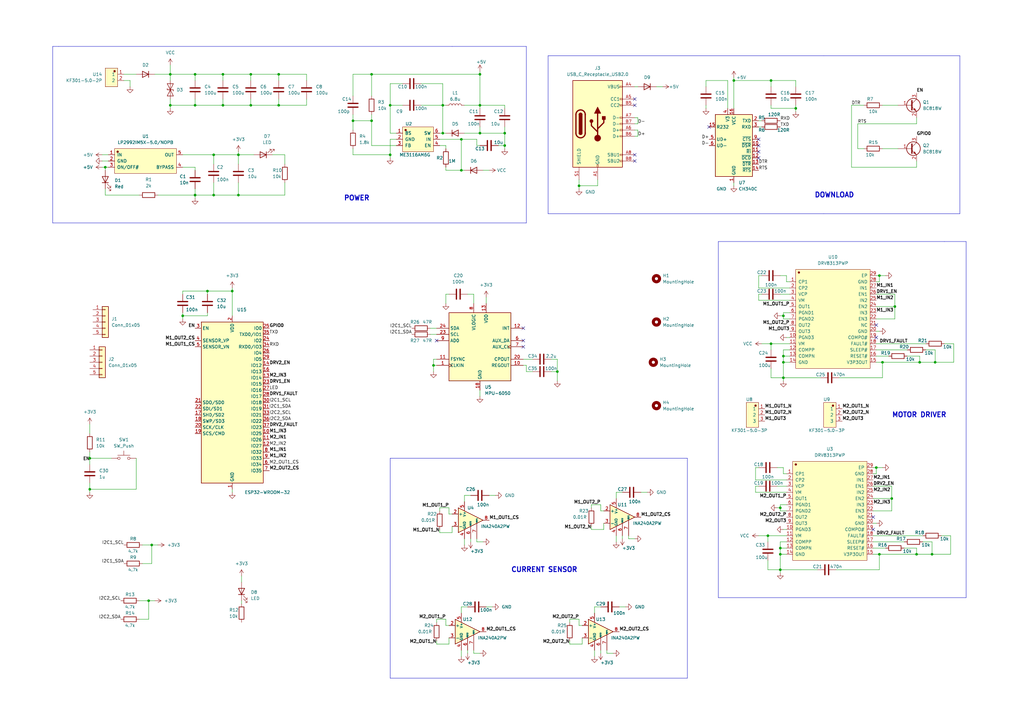
<source format=kicad_sch>
(kicad_sch (version 20230121) (generator eeschema)
  (paper "A3")
  (junction (at 36.83 187.96))
  (junction (at 320.04 227.33))
  (junction (at 320.04 208.28))
  (junction (at 91.44 43.18))
  (junction (at 237.49 76.2))
  (junction (at 181.61 43.18))
  (junction (at 80.01 80.01))
  (junction (at 382.27 227.33))
  (junction (at 365.76 204.47))
  (junction (at 321.31 154.94))
  (junction (at 321.31 148.59))
  (junction (at 314.96 219.71))
  (junction (at 320.04 233.68))
  (junction (at 320.04 224.79))
  (junction (at 316.23 140.97))
  (junction (at 85.09 119.38))
  (junction (at 360.68 227.33))
  (junction (at 87.63 63.5))
  (junction (at 144.78 49.53))
  (junction (at 177.8 149.86))
  (junction (at 160.02 63.5))
  (junction (at 160.02 43.18))
  (junction (at 189.23 69.85))
  (junction (at 102.87 30.48))
  (junction (at 196.85 54.61))
  (junction (at 36.83 200.66))
  (junction (at 97.79 63.5))
  (junction (at 196.85 43.18))
  (junction (at 375.92 227.33))
  (junction (at 152.4 30.48))
  (junction (at 43.18 68.58))
  (junction (at 196.85 30.48))
  (junction (at 367.03 125.73))
  (junction (at 189.23 57.15))
  (junction (at 181.61 54.61))
  (junction (at 114.3 30.48))
  (junction (at 377.19 148.59))
  (junction (at 321.31 146.05))
  (junction (at 60.96 246.38))
  (junction (at 152.4 49.53))
  (junction (at 80.01 30.48))
  (junction (at 228.6 152.4))
  (junction (at 95.25 119.38))
  (junction (at 316.23 33.02))
  (junction (at 91.44 30.48))
  (junction (at 360.68 113.03))
  (junction (at 97.79 80.01))
  (junction (at 359.41 191.77))
  (junction (at 80.01 43.18))
  (junction (at 69.85 30.48))
  (junction (at 114.3 43.18))
  (junction (at 300.99 33.02))
  (junction (at 69.85 43.18))
  (junction (at 207.01 59.69))
  (junction (at 102.87 43.18))
  (junction (at 361.95 148.59))
  (junction (at 62.23 223.52))
  (junction (at 207.01 54.61))
  (junction (at 87.63 80.01))
  (junction (at 326.39 44.45))
  (junction (at 321.31 129.54))
  (junction (at 74.93 129.54))
  (junction (at 383.54 148.59))
  (no_connect (at 311.15 64.77))
  (no_connect (at 358.14 212.09))
  (no_connect (at 358.14 217.17))
  (no_connect (at 311.15 59.69))
  (no_connect (at 260.35 40.64))
  (no_connect (at 214.63 134.62))
  (no_connect (at 311.15 57.15))
  (no_connect (at 260.35 66.04))
  (no_connect (at 260.35 43.18))
  (no_connect (at 290.83 52.07))
  (no_connect (at 359.41 133.35))
  (no_connect (at 311.15 62.23))
  (no_connect (at 214.63 139.7))
  (no_connect (at 179.07 139.7))
  (no_connect (at 359.41 138.43))
  (no_connect (at 214.63 142.24))
  (no_connect (at 260.35 63.5))
  (wire (pts (xy 360.68 115.57) (xy 360.68 113.03)))
  (wire (pts (xy 321.31 143.51) (xy 321.31 146.05)))
  (polyline (pts (xy 387.35 99.06) (xy 396.24 99.06)))
  (wire (pts (xy 326.39 33.02) (xy 326.39 35.56)))
  (wire (pts (xy 80.01 33.02) (xy 80.01 30.48)))
  (wire (pts (xy 311.15 49.53) (xy 312.42 49.53)))
  (wire (pts (xy 97.79 74.93) (xy 97.79 80.01)))
  (wire (pts (xy 312.42 120.65) (xy 311.15 120.65)))
  (wire (pts (xy 102.87 43.18) (xy 91.44 43.18)))
  (wire (pts (xy 246.38 209.55) (xy 246.38 207.01)))
  (wire (pts (xy 245.11 76.2) (xy 237.49 76.2)))
  (wire (pts (xy 144.78 49.53) (xy 144.78 53.34)))
  (wire (pts (xy 382.27 227.33) (xy 375.92 227.33)))
  (wire (pts (xy 237.49 254) (xy 233.68 254)))
  (polyline (pts (xy 224.79 22.86) (xy 224.79 87.63)))
  (wire (pts (xy 144.78 49.53) (xy 152.4 49.53)))
  (wire (pts (xy 125.73 43.18) (xy 114.3 43.18)))
  (wire (pts (xy 312.42 113.03) (xy 311.15 113.03)))
  (wire (pts (xy 314.96 229.87) (xy 314.96 233.68)))
  (wire (pts (xy 144.78 60.96) (xy 144.78 63.5)))
  (wire (pts (xy 320.04 207.01) (xy 320.04 208.28)))
  (polyline (pts (xy 24.13 19.05) (xy 185.42 19.05)))
  (wire (pts (xy 152.4 59.69) (xy 152.4 49.53)))
  (wire (pts (xy 320.04 208.28) (xy 318.77 208.28)))
  (wire (pts (xy 215.9 149.86) (xy 215.9 152.4)))
  (wire (pts (xy 172.72 43.18) (xy 181.61 43.18)))
  (wire (pts (xy 311.15 191.77) (xy 309.88 191.77)))
  (wire (pts (xy 311.15 120.65) (xy 311.15 123.19)))
  (wire (pts (xy 43.18 68.58) (xy 44.45 68.58)))
  (wire (pts (xy 375.92 227.33) (xy 360.68 227.33)))
  (polyline (pts (xy 185.42 19.05) (xy 215.9 19.05)))
  (wire (pts (xy 228.6 152.4) (xy 228.6 156.21)))
  (wire (pts (xy 312.42 140.97) (xy 316.23 140.97)))
  (wire (pts (xy 300.99 33.02) (xy 300.99 44.45)))
  (wire (pts (xy 43.18 80.01) (xy 57.15 80.01)))
  (wire (pts (xy 62.23 223.52) (xy 64.77 223.52)))
  (wire (pts (xy 85.09 129.54) (xy 74.93 129.54)))
  (wire (pts (xy 180.34 54.61) (xy 181.61 54.61)))
  (wire (pts (xy 196.85 267.97) (xy 194.31 267.97)))
  (wire (pts (xy 198.12 222.25) (xy 195.58 222.25)))
  (wire (pts (xy 189.23 248.92) (xy 189.23 251.46)))
  (wire (pts (xy 214.63 147.32) (xy 218.44 147.32)))
  (wire (pts (xy 176.53 134.62) (xy 179.07 134.62)))
  (wire (pts (xy 260.35 53.34) (xy 261.62 53.34)))
  (wire (pts (xy 252.73 222.25) (xy 252.73 219.71)))
  (wire (pts (xy 226.06 147.32) (xy 228.6 147.32)))
  (wire (pts (xy 365.76 204.47) (xy 365.76 209.55)))
  (wire (pts (xy 248.92 267.97) (xy 248.92 266.7)))
  (polyline (pts (xy 224.79 87.63) (xy 337.82 87.63)))
  (wire (pts (xy 196.85 43.18) (xy 196.85 44.45)))
  (wire (pts (xy 256.54 248.92) (xy 254 248.92)))
  (wire (pts (xy 320.04 224.79) (xy 322.58 224.79)))
  (wire (pts (xy 43.18 77.47) (xy 43.18 80.01)))
  (wire (pts (xy 260.35 50.8) (xy 261.62 50.8)))
  (wire (pts (xy 69.85 26.67) (xy 69.85 30.48)))
  (wire (pts (xy 261.62 55.88) (xy 261.62 53.34)))
  (wire (pts (xy 74.93 119.38) (xy 74.93 120.65)))
  (wire (pts (xy 207.01 60.96) (xy 207.01 59.69)))
  (wire (pts (xy 322.58 217.17) (xy 321.31 217.17)))
  (wire (pts (xy 316.23 44.45) (xy 326.39 44.45)))
  (wire (pts (xy 190.5 223.52) (xy 190.5 220.98)))
  (wire (pts (xy 255.27 220.98) (xy 255.27 219.71)))
  (wire (pts (xy 359.41 194.31) (xy 359.41 191.77)))
  (wire (pts (xy 361.95 148.59) (xy 361.95 154.94)))
  (wire (pts (xy 41.91 68.58) (xy 43.18 68.58)))
  (wire (pts (xy 181.61 43.18) (xy 182.88 43.18)))
  (polyline (pts (xy 387.35 99.06) (xy 294.64 99.06)))
  (wire (pts (xy 246.38 207.01) (xy 242.57 207.01)))
  (wire (pts (xy 172.72 34.29) (xy 181.61 34.29)))
  (wire (pts (xy 80.01 30.48) (xy 91.44 30.48)))
  (polyline (pts (xy 21.59 19.05) (xy 24.13 19.05)))
  (wire (pts (xy 85.09 119.38) (xy 74.93 119.38)))
  (wire (pts (xy 87.63 63.5) (xy 97.79 63.5)))
  (wire (pts (xy 195.58 57.15) (xy 195.58 59.69)))
  (wire (pts (xy 360.68 227.33) (xy 360.68 233.68)))
  (wire (pts (xy 228.6 147.32) (xy 228.6 152.4)))
  (wire (pts (xy 36.83 200.66) (xy 36.83 198.12)))
  (wire (pts (xy 152.4 49.53) (xy 152.4 46.99)))
  (wire (pts (xy 358.14 224.79) (xy 363.22 224.79)))
  (wire (pts (xy 289.56 33.02) (xy 298.45 33.02)))
  (wire (pts (xy 207.01 59.69) (xy 207.01 54.61)))
  (wire (pts (xy 238.76 264.16) (xy 233.68 264.16)))
  (wire (pts (xy 238.76 261.62) (xy 238.76 264.16)))
  (polyline (pts (xy 215.9 19.05) (xy 215.9 91.44)))
  (wire (pts (xy 260.35 220.98) (xy 257.81 220.98)))
  (wire (pts (xy 323.85 138.43) (xy 322.58 138.43)))
  (wire (pts (xy 114.3 33.02) (xy 114.3 30.48)))
  (wire (pts (xy 193.04 222.25) (xy 193.04 220.98)))
  (wire (pts (xy 359.41 140.97) (xy 379.73 140.97)))
  (wire (pts (xy 237.49 76.2) (xy 237.49 73.66)))
  (wire (pts (xy 69.85 43.18) (xy 69.85 40.64)))
  (wire (pts (xy 165.1 34.29) (xy 160.02 34.29)))
  (wire (pts (xy 182.88 60.96) (xy 182.88 59.69)))
  (wire (pts (xy 95.25 201.93) (xy 95.25 200.66)))
  (wire (pts (xy 359.41 125.73) (xy 367.03 125.73)))
  (wire (pts (xy 300.99 31.75) (xy 300.99 33.02)))
  (wire (pts (xy 36.83 185.42) (xy 36.83 187.96)))
  (wire (pts (xy 95.25 118.11) (xy 95.25 119.38)))
  (polyline (pts (xy 281.94 187.96) (xy 160.02 187.96)))
  (wire (pts (xy 182.88 69.85) (xy 189.23 69.85)))
  (wire (pts (xy 247.65 217.17) (xy 242.57 217.17)))
  (wire (pts (xy 260.35 55.88) (xy 261.62 55.88)))
  (wire (pts (xy 238.76 256.54) (xy 237.49 256.54)))
  (wire (pts (xy 361.95 43.18) (xy 368.3 43.18)))
  (wire (pts (xy 162.56 57.15) (xy 160.02 57.15)))
  (wire (pts (xy 184.15 120.65) (xy 182.88 120.65)))
  (wire (pts (xy 321.31 148.59) (xy 321.31 146.05)))
  (wire (pts (xy 377.19 148.59) (xy 361.95 148.59)))
  (wire (pts (xy 196.85 52.07) (xy 196.85 54.61)))
  (wire (pts (xy 391.16 140.97) (xy 391.16 148.59)))
  (wire (pts (xy 55.88 200.66) (xy 36.83 200.66)))
  (polyline (pts (xy 281.94 187.96) (xy 281.94 278.13)))
  (wire (pts (xy 326.39 45.72) (xy 326.39 44.45)))
  (wire (pts (xy 320.04 233.68) (xy 320.04 234.95)))
  (wire (pts (xy 189.23 269.24) (xy 189.23 266.7)))
  (wire (pts (xy 177.8 149.86) (xy 177.8 152.4)))
  (wire (pts (xy 359.41 143.51) (xy 372.11 143.51)))
  (wire (pts (xy 50.8 30.48) (xy 55.88 30.48)))
  (wire (pts (xy 383.54 148.59) (xy 377.19 148.59)))
  (wire (pts (xy 57.15 246.38) (xy 60.96 246.38)))
  (wire (pts (xy 97.79 63.5) (xy 104.14 63.5)))
  (wire (pts (xy 320.04 233.68) (xy 335.28 233.68)))
  (wire (pts (xy 196.85 160.02) (xy 196.85 162.56)))
  (wire (pts (xy 289.56 44.45) (xy 289.56 43.18)))
  (wire (pts (xy 252.73 201.93) (xy 252.73 204.47)))
  (polyline (pts (xy 224.79 22.86) (xy 337.82 22.86)))
  (wire (pts (xy 321.31 130.81) (xy 323.85 130.81)))
  (polyline (pts (xy 393.7 87.63) (xy 337.82 87.63)))
  (wire (pts (xy 358.14 194.31) (xy 359.41 194.31)))
  (wire (pts (xy 316.23 151.13) (xy 316.23 154.94)))
  (wire (pts (xy 311.15 52.07) (xy 312.42 52.07)))
  (wire (pts (xy 116.84 63.5) (xy 116.84 67.31)))
  (wire (pts (xy 311.15 123.19) (xy 323.85 123.19)))
  (wire (pts (xy 316.23 33.02) (xy 326.39 33.02)))
  (wire (pts (xy 311.15 199.39) (xy 309.88 199.39)))
  (wire (pts (xy 243.84 248.92) (xy 243.84 251.46)))
  (wire (pts (xy 300.99 76.2) (xy 300.99 74.93)))
  (wire (pts (xy 64.77 80.01) (xy 80.01 80.01)))
  (wire (pts (xy 311.15 118.11) (xy 323.85 118.11)))
  (wire (pts (xy 196.85 43.18) (xy 207.01 43.18)))
  (wire (pts (xy 69.85 30.48) (xy 80.01 30.48)))
  (wire (pts (xy 322.58 194.31) (xy 321.31 194.31)))
  (wire (pts (xy 87.63 74.93) (xy 87.63 80.01)))
  (wire (pts (xy 99.06 246.38) (xy 99.06 247.65)))
  (wire (pts (xy 152.4 30.48) (xy 152.4 39.37)))
  (wire (pts (xy 116.84 74.93) (xy 116.84 80.01)))
  (wire (pts (xy 80.01 43.18) (xy 80.01 40.64)))
  (wire (pts (xy 300.99 33.02) (xy 316.23 33.02)))
  (wire (pts (xy 74.93 63.5) (xy 87.63 63.5)))
  (wire (pts (xy 191.77 248.92) (xy 189.23 248.92)))
  (wire (pts (xy 320.04 233.68) (xy 320.04 227.33)))
  (polyline (pts (xy 160.02 187.96) (xy 160.02 278.13)))
  (wire (pts (xy 180.34 57.15) (xy 189.23 57.15)))
  (wire (pts (xy 323.85 148.59) (xy 321.31 148.59)))
  (wire (pts (xy 351.79 50.8) (xy 351.79 60.96)))
  (wire (pts (xy 190.5 54.61) (xy 196.85 54.61)))
  (wire (pts (xy 181.61 43.18) (xy 181.61 54.61)))
  (wire (pts (xy 354.33 43.18) (xy 349.25 43.18)))
  (wire (pts (xy 181.61 34.29) (xy 181.61 43.18)))
  (wire (pts (xy 111.76 63.5) (xy 116.84 63.5)))
  (wire (pts (xy 320.04 209.55) (xy 322.58 209.55)))
  (wire (pts (xy 60.96 246.38) (xy 60.96 254)))
  (wire (pts (xy 316.23 43.18) (xy 316.23 44.45)))
  (wire (pts (xy 195.58 222.25) (xy 195.58 220.98)))
  (wire (pts (xy 179.07 254) (xy 179.07 255.27)))
  (wire (pts (xy 184.15 208.28) (xy 180.34 208.28)))
  (wire (pts (xy 358.14 214.63) (xy 359.41 214.63)))
  (wire (pts (xy 359.41 120.65) (xy 367.03 120.65)))
  (wire (pts (xy 311.15 113.03) (xy 311.15 118.11)))
  (wire (pts (xy 321.31 194.31) (xy 321.31 191.77)))
  (wire (pts (xy 247.65 209.55) (xy 246.38 209.55)))
  (wire (pts (xy 261.62 48.26) (xy 261.62 50.8)))
  (wire (pts (xy 255.27 201.93) (xy 252.73 201.93)))
  (polyline (pts (xy 215.9 91.44) (xy 21.59 91.44)))
  (wire (pts (xy 190.5 43.18) (xy 196.85 43.18)))
  (wire (pts (xy 144.78 63.5) (xy 160.02 63.5)))
  (wire (pts (xy 182.88 256.54) (xy 182.88 254)))
  (wire (pts (xy 41.91 66.04) (xy 44.45 66.04)))
  (wire (pts (xy 36.83 187.96) (xy 45.72 187.96)))
  (wire (pts (xy 182.88 254) (xy 179.07 254)))
  (wire (pts (xy 62.23 231.14) (xy 58.42 231.14)))
  (wire (pts (xy 193.04 203.2) (xy 190.5 203.2)))
  (wire (pts (xy 349.25 68.58) (xy 375.92 68.58)))
  (wire (pts (xy 215.9 152.4) (xy 218.44 152.4)))
  (wire (pts (xy 80.01 69.85) (xy 80.01 68.58)))
  (wire (pts (xy 74.93 129.54) (xy 74.93 128.27)))
  (wire (pts (xy 375.92 50.8) (xy 351.79 50.8)))
  (wire (pts (xy 185.42 210.82) (xy 184.15 210.82)))
  (wire (pts (xy 360.68 227.33) (xy 358.14 227.33)))
  (wire (pts (xy 182.88 59.69) (xy 180.34 59.69)))
  (wire (pts (xy 382.27 222.25) (xy 382.27 227.33)))
  (wire (pts (xy 114.3 30.48) (xy 102.87 30.48)))
  (wire (pts (xy 246.38 267.97) (xy 246.38 266.7)))
  (wire (pts (xy 367.03 130.81) (xy 359.41 130.81)))
  (wire (pts (xy 326.39 44.45) (xy 326.39 43.18)))
  (wire (pts (xy 323.85 128.27) (xy 321.31 128.27)))
  (wire (pts (xy 359.41 146.05) (xy 364.49 146.05)))
  (wire (pts (xy 85.09 119.38) (xy 85.09 120.65)))
  (wire (pts (xy 316.23 154.94) (xy 321.31 154.94)))
  (wire (pts (xy 367.03 125.73) (xy 367.03 130.81)))
  (wire (pts (xy 311.15 219.71) (xy 314.96 219.71)))
  (wire (pts (xy 185.42 215.9) (xy 185.42 218.44)))
  (wire (pts (xy 372.11 146.05) (xy 377.19 146.05)))
  (wire (pts (xy 316.23 140.97) (xy 316.23 143.51)))
  (wire (pts (xy 144.78 30.48) (xy 144.78 39.37)))
  (wire (pts (xy 359.41 191.77) (xy 361.95 191.77)))
  (wire (pts (xy 36.83 201.93) (xy 36.83 200.66)))
  (wire (pts (xy 359.41 115.57) (xy 360.68 115.57)))
  (wire (pts (xy 370.84 224.79) (xy 375.92 224.79)))
  (wire (pts (xy 251.46 267.97) (xy 248.92 267.97)))
  (wire (pts (xy 298.45 33.02) (xy 298.45 44.45)))
  (wire (pts (xy 184.15 256.54) (xy 182.88 256.54)))
  (polyline (pts (xy 294.64 99.06) (xy 294.64 245.11)))
  (wire (pts (xy 321.31 191.77) (xy 318.77 191.77)))
  (wire (pts (xy 41.91 63.5) (xy 44.45 63.5)))
  (wire (pts (xy 322.58 227.33) (xy 320.04 227.33)))
  (wire (pts (xy 95.25 119.38) (xy 85.09 119.38)))
  (wire (pts (xy 320.04 227.33) (xy 320.04 224.79)))
  (wire (pts (xy 204.47 59.69) (xy 207.01 59.69)))
  (wire (pts (xy 189.23 57.15) (xy 189.23 69.85)))
  (wire (pts (xy 97.79 80.01) (xy 87.63 80.01)))
  (wire (pts (xy 242.57 217.17) (xy 242.57 215.9)))
  (wire (pts (xy 383.54 143.51) (xy 383.54 148.59)))
  (polyline (pts (xy 393.7 22.86) (xy 393.7 87.63)))
  (wire (pts (xy 359.41 113.03) (xy 360.68 113.03)))
  (wire (pts (xy 358.14 219.71) (xy 378.46 219.71)))
  (wire (pts (xy 207.01 54.61) (xy 207.01 52.07)))
  (wire (pts (xy 375.92 224.79) (xy 375.92 227.33)))
  (wire (pts (xy 377.19 146.05) (xy 377.19 148.59)))
  (wire (pts (xy 179.07 147.32) (xy 177.8 147.32)))
  (wire (pts (xy 165.1 43.18) (xy 160.02 43.18)))
  (wire (pts (xy 180.34 218.44) (xy 180.34 217.17)))
  (wire (pts (xy 160.02 43.18) (xy 160.02 54.61)))
  (wire (pts (xy 257.81 220.98) (xy 257.81 219.71)))
  (wire (pts (xy 190.5 203.2) (xy 190.5 205.74)))
  (wire (pts (xy 378.46 222.25) (xy 382.27 222.25)))
  (wire (pts (xy 387.35 140.97) (xy 391.16 140.97)))
  (wire (pts (xy 144.78 46.99) (xy 144.78 49.53)))
  (wire (pts (xy 321.31 146.05) (xy 323.85 146.05)))
  (wire (pts (xy 199.39 121.92) (xy 199.39 124.46)))
  (wire (pts (xy 194.31 267.97) (xy 194.31 266.7)))
  (wire (pts (xy 97.79 63.5) (xy 97.79 67.31)))
  (wire (pts (xy 389.89 227.33) (xy 382.27 227.33)))
  (wire (pts (xy 269.24 35.56) (xy 271.78 35.56)))
  (wire (pts (xy 360.68 113.03) (xy 363.22 113.03)))
  (wire (pts (xy 386.08 219.71) (xy 389.89 219.71)))
  (wire (pts (xy 74.93 130.81) (xy 74.93 129.54)))
  (wire (pts (xy 207.01 43.18) (xy 207.01 44.45)))
  (wire (pts (xy 60.96 254) (xy 57.15 254)))
  (polyline (pts (xy 396.24 245.11) (xy 396.24 99.06)))
  (wire (pts (xy 69.85 44.45) (xy 69.85 43.18)))
  (wire (pts (xy 321.31 154.94) (xy 321.31 156.21)))
  (wire (pts (xy 62.23 223.52) (xy 62.23 231.14)))
  (wire (pts (xy 203.2 203.2) (xy 200.66 203.2)))
  (wire (pts (xy 194.31 124.46) (xy 194.31 120.65)))
  (wire (pts (xy 176.53 137.16) (xy 179.07 137.16)))
  (wire (pts (xy 322.58 115.57) (xy 322.58 113.03)))
  (wire (pts (xy 309.88 191.77) (xy 309.88 196.85)))
  (wire (pts (xy 318.77 199.39) (xy 322.58 199.39)))
  (wire (pts (xy 316.23 140.97) (xy 323.85 140.97)))
  (wire (pts (xy 320.04 208.28) (xy 320.04 209.55)))
  (wire (pts (xy 226.06 152.4) (xy 228.6 152.4)))
  (wire (pts (xy 365.76 209.55) (xy 358.14 209.55)))
  (wire (pts (xy 389.89 219.71) (xy 389.89 227.33)))
  (wire (pts (xy 320.04 120.65) (xy 323.85 120.65)))
  (wire (pts (xy 314.96 233.68) (xy 320.04 233.68)))
  (wire (pts (xy 314.96 219.71) (xy 314.96 222.25)))
  (wire (pts (xy 233.68 254) (xy 233.68 255.27)))
  (wire (pts (xy 191.77 267.97) (xy 191.77 266.7)))
  (wire (pts (xy 321.31 129.54) (xy 321.31 130.81)))
  (wire (pts (xy 97.79 62.23) (xy 97.79 63.5)))
  (wire (pts (xy 361.95 154.94) (xy 344.17 154.94)))
  (wire (pts (xy 201.93 248.92) (xy 199.39 248.92)))
  (wire (pts (xy 87.63 80.01) (xy 80.01 80.01)))
  (wire (pts (xy 102.87 40.64) (xy 102.87 43.18)))
  (wire (pts (xy 58.42 223.52) (xy 62.23 223.52)))
  (wire (pts (xy 180.34 208.28) (xy 180.34 209.55)))
  (wire (pts (xy 360.68 233.68) (xy 342.9 233.68)))
  (wire (pts (xy 375.92 68.58) (xy 375.92 66.04)))
  (wire (pts (xy 321.31 129.54) (xy 320.04 129.54)))
  (wire (pts (xy 95.25 119.38) (xy 95.25 129.54)))
  (wire (pts (xy 50.8 33.02) (xy 53.34 33.02)))
  (wire (pts (xy 162.56 59.69) (xy 152.4 59.69)))
  (wire (pts (xy 53.34 33.02) (xy 53.34 35.56)))
  (wire (pts (xy 184.15 210.82) (xy 184.15 208.28)))
  (wire (pts (xy 63.5 30.48) (xy 69.85 30.48)))
  (wire (pts (xy 87.63 63.5) (xy 87.63 67.31)))
  (wire (pts (xy 80.01 43.18) (xy 91.44 43.18)))
  (polyline (pts (xy 21.59 91.44) (xy 21.59 19.05)))
  (wire (pts (xy 99.06 236.22) (xy 99.06 238.76)))
  (wire (pts (xy 323.85 143.51) (xy 321.31 143.51)))
  (wire (pts (xy 359.41 135.89) (xy 360.68 135.89)))
  (wire (pts (xy 323.85 115.57) (xy 322.58 115.57)))
  (wire (pts (xy 160.02 54.61) (xy 162.56 54.61)))
  (wire (pts (xy 160.02 63.5) (xy 160.02 64.77)))
  (wire (pts (xy 196.85 30.48) (xy 152.4 30.48)))
  (wire (pts (xy 191.77 120.65) (xy 194.31 120.65)))
  (wire (pts (xy 181.61 54.61) (xy 182.88 54.61)))
  (wire (pts (xy 196.85 30.48) (xy 196.85 43.18)))
  (wire (pts (xy 179.07 149.86) (xy 177.8 149.86)))
  (wire (pts (xy 43.18 68.58) (xy 43.18 69.85)))
  (wire (pts (xy 69.85 30.48) (xy 69.85 33.02)))
  (wire (pts (xy 361.95 148.59) (xy 359.41 148.59)))
  (wire (pts (xy 184.15 261.62) (xy 184.15 264.16)))
  (wire (pts (xy 349.25 43.18) (xy 349.25 68.58)))
  (wire (pts (xy 102.87 33.02) (xy 102.87 30.48)))
  (wire (pts (xy 91.44 43.18) (xy 91.44 40.64)))
  (wire (pts (xy 309.88 199.39) (xy 309.88 201.93)))
  (wire (pts (xy 160.02 57.15) (xy 160.02 63.5)))
  (wire (pts (xy 314.96 219.71) (xy 322.58 219.71)))
  (wire (pts (xy 185.42 218.44) (xy 180.34 218.44)))
  (wire (pts (xy 85.09 128.27) (xy 85.09 129.54)))
  (wire (pts (xy 196.85 54.61) (xy 207.01 54.61)))
  (wire (pts (xy 322.58 113.03) (xy 320.04 113.03)))
  (wire (pts (xy 152.4 30.48) (xy 144.78 30.48)))
  (wire (pts (xy 182.88 120.65) (xy 182.88 124.46)))
  (wire (pts (xy 184.15 264.16) (xy 179.07 264.16)))
  (wire (pts (xy 69.85 43.18) (xy 80.01 43.18)))
  (wire (pts (xy 379.73 143.51) (xy 383.54 143.51)))
  (wire (pts (xy 358.14 222.25) (xy 370.84 222.25)))
  (wire (pts (xy 125.73 30.48) (xy 114.3 30.48)))
  (wire (pts (xy 189.23 69.85) (xy 190.5 69.85)))
  (wire (pts (xy 182.88 68.58) (xy 182.88 69.85)))
  (wire (pts (xy 196.85 29.21) (xy 196.85 30.48)))
  (wire (pts (xy 375.92 48.26) (xy 375.92 50.8)))
  (wire (pts (xy 237.49 77.47) (xy 237.49 76.2)))
  (polyline (pts (xy 160.02 278.13) (xy 281.94 278.13)))
  (wire (pts (xy 321.31 128.27) (xy 321.31 129.54)))
  (polyline (pts (xy 294.64 245.11) (xy 396.24 245.11)))
  (wire (pts (xy 160.02 34.29) (xy 160.02 43.18)))
  (wire (pts (xy 243.84 269.24) (xy 243.84 266.7)))
  (wire (pts (xy 358.14 199.39) (xy 365.76 199.39)))
  (wire (pts (xy 116.84 80.01) (xy 97.79 80.01)))
  (wire (pts (xy 245.11 73.66) (xy 245.11 76.2)))
  (wire (pts (xy 55.88 187.96) (xy 55.88 200.66)))
  (wire (pts (xy 365.76 199.39) (xy 365.76 204.47)))
  (wire (pts (xy 322.58 222.25) (xy 320.04 222.25)))
  (wire (pts (xy 260.35 35.56) (xy 261.62 35.56)))
  (wire (pts (xy 351.79 60.96) (xy 354.33 60.96)))
  (wire (pts (xy 189.23 57.15) (xy 195.58 57.15)))
  (wire (pts (xy 80.01 81.28) (xy 80.01 80.01)))
  (wire (pts (xy 74.93 68.58) (xy 80.01 68.58)))
  (wire (pts (xy 322.58 207.01) (xy 320.04 207.01)))
  (wire (pts (xy 114.3 40.64) (xy 114.3 43.18)))
  (wire (pts (xy 361.95 60.96) (xy 368.3 60.96)))
  (wire (pts (xy 102.87 30.48) (xy 91.44 30.48)))
  (wire (pts (xy 289.56 35.56) (xy 289.56 33.02)))
  (wire (pts (xy 309.88 196.85) (xy 322.58 196.85)))
  (wire (pts (xy 246.38 248.92) (xy 243.84 248.92)))
  (wire (pts (xy 36.83 173.99) (xy 36.83 177.8)))
  (wire (pts (xy 321.31 154.94) (xy 321.31 148.59)))
  (wire (pts (xy 36.83 187.96) (xy 36.83 190.5)))
  (wire (pts (xy 391.16 148.59) (xy 383.54 148.59)))
  (wire (pts (xy 179.07 264.16) (xy 179.07 262.89)))
  (wire (pts (xy 200.66 69.85) (xy 198.12 69.85)))
  (wire (pts (xy 195.58 59.69) (xy 196.85 59.69)))
  (wire (pts (xy 358.14 191.77) (xy 359.41 191.77)))
  (wire (pts (xy 367.03 120.65) (xy 367.03 125.73)))
  (wire (pts (xy 237.49 256.54) (xy 237.49 254)))
  (wire (pts (xy 125.73 33.02) (xy 125.73 30.48)))
  (wire (pts (xy 316.23 33.02) (xy 316.23 35.56)))
  (wire (pts (xy 260.35 48.26) (xy 261.62 48.26)))
  (wire (pts (xy 321.31 154.94) (xy 336.55 154.94)))
  (wire (pts (xy 320.04 222.25) (xy 320.04 224.79)))
  (wire (pts (xy 247.65 214.63) (xy 247.65 217.17)))
  (wire (pts (xy 309.88 201.93) (xy 322.58 201.93)))
  (wire (pts (xy 80.01 77.47) (xy 80.01 80.01)))
  (wire (pts (xy 233.68 264.16) (xy 233.68 262.89)))
  (wire (pts (xy 60.96 246.38) (xy 63.5 246.38)))
  (wire (pts (xy 265.43 201.93) (xy 262.89 201.93)))
  (wire (pts (xy 91.44 33.02) (xy 91.44 30.48)))
  (wire (pts (xy 125.73 40.64) (xy 125.73 43.18)))
  (polyline (pts (xy 337.82 22.86) (xy 393.7 22.86)))
  (wire (pts (xy 214.63 149.86) (xy 215.9 149.86)))
  (wire (pts (xy 114.3 43.18) (xy 102.87 43.18)))
  (wire (pts (xy 177.8 147.32) (xy 177.8 149.86)))
  (wire (pts (xy 358.14 204.47) (xy 365.76 204.47)))
  (wire (pts (xy 242.57 207.01) (xy 242.57 208.28)))
  (text "DOWNLOAD" (at 334.01 81.28 0) (effects (font (size 2 2) (thickness 0.4) bold) (justify left bottom)))
  (text "POWER" (at 140.97 82.55 0) (effects (font (size 2 2) (thickness 0.4) bold) (justify left bottom)))
  (text "MOTOR DRIVER" (at 365.76 171.45 0) (effects (font (size 2 2) (thickness 0.4) bold) (justify left bottom)))
  (text "CURRENT SENSOR" (at 209.55 234.95 0) (effects (font (size 2 2) (thickness 0.4) bold) (justify left bottom)))
  (label "M1_IN2" (at 110.49 187.96 0) (effects (font bold)))
  (label "I2C2_SDA" (at 119.38 172.72 180))
  (label "RXD" (at 320.04 49.53 0))
  (label "M2_OUT1_CS" (at 110.49 190.5 0))
  (label "DRV2_EN" (at 358.14 199.39 0) (effects (font bold)))
  (label "D+" (at 261.62 55.88 0))
  (label "I2C1_SDA" (at 119.38 167.64 180))
  (label "M2_OUT1_P" (at 182.88 254 180) (effects (font bold)))
  (label "DRV2_FAULT" (at 359.41 219.71 0) (effects (font bold)))
  (label "M1_OUT2_CS" (at 262.89 212.09 0) (effects (font bold)))
  (label "M1_OUT2_P" (at 323.85 133.35 180) (effects (font bold)))
  (label "M1_OUT2_CS" (at 80.01 139.7 180) (effects (font bold)))
  (label "I2C1_SDA" (at 168.91 137.16 180))
  (label "DRV1_FAULT" (at 110.49 162.56 0) (effects (font bold)))
  (label "M1_OUT2_N" (at 242.57 217.17 180) (effects (font bold)))
  (label "DRV1_EN" (at 110.49 157.48 0) (effects (font bold)))
  (label "M1_OUT2_P" (at 246.38 207.01 180) (effects (font bold)))
  (label "M1_OUT1_CS" (at 200.66 213.36 0) (effects (font bold)))
  (label "M1_OUT3" (at 313.69 172.72 0) (effects (font bold)))
  (label "DRV1_EN" (at 359.41 120.65 0) (effects (font bold)))
  (label "M1_OUT2_N" (at 313.69 170.18 0) (effects (font bold)))
  (label "M1_OUT1_CS" (at 80.01 142.24 180) (effects (font bold)))
  (label "M1_IN3" (at 110.49 177.8 0) (effects (font bold)))
  (label "TXD" (at 110.49 137.16 0))
  (label "M1_IN2" (at 359.41 123.19 0) (effects (font bold)))
  (label "I2C1_SCL" (at 119.38 165.1 180))
  (label "M2_OUT3" (at 345.44 172.72 0) (effects (font bold)))
  (label "LED" (at 110.49 160.02 0))
  (label "I2C2_SCL" (at 49.53 246.38 180))
  (label "TXD" (at 320.04 52.07 0))
  (label "DRV2_EN" (at 110.49 149.86 0) (effects (font bold)))
  (label "DTR" (at 349.25 43.18 0))
  (label "M1_IN3" (at 359.41 128.27 0) (effects (font bold)))
  (label "M1_OUT1_N" (at 180.34 218.44 180) (effects (font bold)))
  (label "M2_IN1" (at 358.14 196.85 0) (effects (font bold)))
  (label "M2_OUT2_P" (at 237.49 254 180) (effects (font bold)))
  (label "RXD" (at 110.49 142.24 0))
  (label "M2_IN2" (at 110.49 182.88 0))
  (label "GPIO0" (at 110.49 134.62 0) (effects (font bold)))
  (label "M2_OUT3" (at 322.58 214.63 180) (effects (font bold)))
  (label "RTS" (at 351.79 50.8 0))
  (label "M2_IN3" (at 110.49 154.94 0) (effects (font bold)))
  (label "DTR" (at 311.15 67.31 0))
  (label "M2_OUT2_CS" (at 110.49 193.04 0) (effects (font bold)))
  (label "I2C2_SDA" (at 49.53 254 180))
  (label "DRV2_FAULT" (at 110.49 175.26 0) (effects (font bold)))
  (label "I2C1_SCL" (at 168.91 134.62 180))
  (label "M2_OUT2_N" (at 345.44 170.18 0) (effects (font bold)))
  (label "D+" (at 290.83 57.15 180))
  (label "M2_OUT2_CS" (at 254 259.08 0) (effects (font bold)))
  (label "M2_IN3" (at 358.14 207.01 0) (effects (font bold)))
  (label "M2_OUT1_P" (at 322.58 204.47 180) (effects (font bold)))
  (label "M2_OUT2_P" (at 322.58 212.09 180) (effects (font bold)))
  (label "DRV1_FAULT" (at 360.68 140.97 0) (effects (font bold)))
  (label "M2_IN1" (at 110.49 180.34 0) (effects (font bold)))
  (label "M2_IN2" (at 358.14 201.93 0) (effects (font bold)))
  (label "M1_OUT3" (at 323.85 135.89 180) (effects (font bold)))
  (label "D-" (at 290.83 59.69 180))
  (label "M2_OUT2_N" (at 233.68 264.16 180) (effects (font bold)))
  (label "M2_OUT1_CS" (at 199.39 259.08 0) (effects (font bold)))
  (label "M1_OUT1_N" (at 313.69 167.64 0) (effects (font bold)))
  (label "M1_IN1" (at 110.49 185.42 0) (effects (font bold)))
  (label "I2C2_SCL" (at 119.38 170.18 180))
  (label "EN" (at 80.01 134.62 180) (effects (font bold)))
  (label "D-" (at 261.62 50.8 0))
  (label "M2_OUT1_N" (at 179.07 264.16 180) (effects (font bold)))
  (label "M1_OUT1_P" (at 323.85 125.73 180) (effects (font bold)))
  (label "GPIO0" (at 375.92 55.88 0) (effects (font bold)))
  (label "RTS" (at 311.15 69.85 0))
  (label "M1_IN1" (at 359.41 118.11 0) (effects (font bold)))
  (label "I2C1_SCL" (at 50.8 223.52 180))
  (label "EN" (at 375.92 38.1 0) (effects (font bold)))
  (label "EN" (at 36.83 189.23 180) (effects (font bold)))
  (label "I2C1_SDA" (at 50.8 231.14 180))
  (label "M2_OUT1_N" (at 345.44 167.64 0) (effects (font bold)))
  (label "M1_OUT1_P" (at 184.15 208.28 180) (effects (font bold)))
  (symbol (lib_id "power:+3V3") (at 193.04 222.25 180) (unit 1)
    (property "Reference" "#PWR036" (effects hide))
    (property "Value" "+3V3" (at 195.58 226.06 0))
  )
  (symbol (lib_id "Mechanical:MountingHole") (at 267.97 148.59 0) (unit 1)
    (property "Reference" "H3" (at 270.51 147.32 0) (effects (justify left)))
    (property "Value" "MountingHole" (at 270.51 149.86 0) (effects (justify left)))
    (property "Footprint" "MountingHole:MountingHole_2.2mm_M2_Pad" (effects hide))
  )
  (symbol (lib_id "power:GND") (at 198.12 222.25 90) (unit 1)
    (property "Reference" "#PWR037" (effects hide))
    (property "Value" "GND" (effects hide))
  )
  (symbol (lib_id "Device:R") (at 179.07 259.08 180) (unit 1)
    (property "Reference" "R24" (at 173.99 256.54 0) (effects (justify right)))
    (property "Value" "0.01R" (at 171.45 259.08 0) (effects (justify right)))
    (property "Footprint" "Resistor_SMD:R_1206_3216Metric_Pad1.30x1.75mm_HandSolder" (effects hide))
  )
  (symbol (lib_id "power:GND") (at 41.91 66.04 270) (unit 1)
    (property "Reference" "#PWR02" (effects hide))
    (property "Value" "GND" (effects hide))
  )
  (symbol (lib_id "duanpu:ME3116AM6G") (at 171.45 57.15 0) (unit 1)
    (property "Reference" "U2" (at 167.64 50.8 0))
    (property "Value" "ME3116AM6G" (at 170.18 63.5 0))
    (property "Footprint" "kicad_lceda:SOT-23-6_L2.9-W1.6-P0.95-LS2.8-BL" (effects hide))
    (property "Datasheet" "http://www.szlcsc.com/product/details_421809.html" (effects hide))
    (property "SuppliersPartNumber" "C427569" (effects hide))
    (property "uuid" "std:de5b4602bcad4ebda566a23813d29f96" (effects hide))
  )
  (symbol (lib_id "Device:LED") (at 43.18 73.66 90) (unit 1)
    (property "Reference" "D1" (at 46.99 73.9775 90) (effects (justify right)))
    (property "Value" "Red" (at 46.99 76.5175 90) (effects (justify right)))
    (property "Footprint" "Capacitor_SMD:C_0603_1608Metric_Pad1.08x0.95mm_HandSolder" (effects hide))
  )
  (symbol (lib_id "Device:C") (at 85.09 124.46 0) (unit 1)
    (property "Reference" "C32" (at 88.9 123.19 0) (effects (justify left)))
    (property "Value" "10u" (at 88.9 125.73 0) (effects (justify left)))
    (property "Footprint" "Capacitor_SMD:C_0603_1608Metric_Pad1.08x0.95mm_HandSolder" (effects hide))
  )
  (symbol (lib_id "Device:C") (at 326.39 39.37 0) (unit 1)
    (property "Reference" "C17" (at 330.2 38.1 0) (effects (justify left)))
    (property "Value" "100n" (at 330.2 40.64 0) (effects (justify left)))
    (property "Footprint" "Capacitor_SMD:C_0603_1608Metric_Pad1.08x0.95mm_HandSolder" (effects hide))
  )
  (symbol (lib_id "Mechanical:MountingHole") (at 269.24 166.37 0) (unit 1)
    (property "Reference" "H4" (at 271.78 165.1 0) (effects (justify left)))
    (property "Value" "MountingHole" (at 271.78 167.64 0) (effects (justify left)))
    (property "Footprint" "MountingHole:MountingHole_2.2mm_M2_Pad" (effects hide))
  )
  (symbol (lib_id "Device:C") (at 314.96 226.06 0) (unit 1)
    (property "Reference" "C33" (at 309.88 223.52 0) (effects (justify left)))
    (property "Value" "100u" (at 309.88 228.6 0) (effects (justify left)))
    (property "Footprint" "Capacitor_SMD:C_1210_3225Metric_Pad1.33x2.70mm_HandSolder" (effects hide))
  )
  (symbol (lib_id "power:GND") (at 289.56 44.45 0) (unit 1)
    (property "Reference" "#PWR017" (effects hide))
    (property "Value" "GND" (effects hide))
  )
  (symbol (lib_id "power:VCC") (at 69.85 26.67 0) (unit 1)
    (property "Reference" "#PWR05" (effects hide))
    (property "Value" "VCC" (at 69.85 21.59 0))
  )
  (symbol (lib_id "power:+3V3") (at 97.79 62.23 0) (unit 1)
    (property "Reference" "#PWR014" (effects hide))
    (property "Value" "+3V3" (at 97.79 57.15 0))
  )
  (symbol (lib_id "duanpu:LP2992IM5X-5.0/NOPB") (at 59.69 66.04 0) (unit 1)
    (property "Reference" "U1" (at 59.69 55.88 0))
    (property "Value" "LP2992IM5X-5.0/NOPB" (at 59.69 58.42 0))
    (property "Footprint" "kicad_lceda:SOT-23-5_L2.9-W1.6-P0.95-LS2.8-BR" (effects hide))
    (property "SuppliersPartNumber" "C2877732" (effects hide))
    (property "uuid" "std:2c892b078b1c4cd883bf57a312c7016b" (effects hide))
  )
  (symbol (lib_id "power:GND") (at 321.31 217.17 270) (unit 1)
    (property "Reference" "#PWR019" (effects hide))
    (property "Value" "GND" (effects hide))
  )
  (symbol (lib_id "Device:C") (at 97.79 71.12 0) (unit 1)
    (property "Reference" "C3" (at 101.6 69.85 0) (effects (justify left)))
    (property "Value" "10u" (at 101.6 72.39 0) (effects (justify left)))
    (property "Footprint" "Capacitor_SMD:C_0603_1608Metric_Pad1.08x0.95mm_HandSolder" (effects hide))
  )
  (symbol (lib_id "Device:C") (at 125.73 36.83 0) (unit 1)
    (property "Reference" "C8" (at 129.54 35.56 0) (effects (justify left)))
    (property "Value" "100u" (at 129.54 38.1 0) (effects (justify left)))
    (property "Footprint" "Capacitor_SMD:C_1210_3225Metric_Pad1.33x2.70mm_HandSolder" (effects hide))
  )
  (symbol (lib_id "Connector:USB_C_Receptacle_USB2.0") (at 245.11 50.8 0) (unit 1)
    (property "Reference" "J3" (at 245.11 27.94 0))
    (property "Value" "USB_C_Receptacle_USB2.0" (at 245.11 30.48 0))
    (property "Footprint" "Connector_USB:USB_C_Receptacle_G-Switch_GT-USB-7010ASV" (effects hide))
    (property "Datasheet" "https://www.usb.org/sites/default/files/documents/usb_type-c.zip" (effects hide))
  )
  (symbol (lib_id "power:GND") (at 74.93 130.81 0) (unit 1)
    (property "Reference" "#PWR053" (effects hide))
    (property "Value" "GND" (effects hide))
  )
  (symbol (lib_id "Device:C") (at 87.63 71.12 0) (unit 1)
    (property "Reference" "C2" (at 88.9 68.58 0) (effects (justify left)))
    (property "Value" "100n" (at 88.9 73.66 0) (effects (justify left)))
    (property "Footprint" "Capacitor_SMD:C_0603_1608Metric_Pad1.08x0.95mm_HandSolder" (effects hide))
  )
  (symbol (lib_id "Device:R") (at 358.14 60.96 90) (unit 1)
    (property "Reference" "R15" (at 358.14 58.42 90))
    (property "Value" "10k" (at 356.87 63.5 90))
    (property "Footprint" "Capacitor_SMD:C_0603_1608Metric_Pad1.08x0.95mm_HandSolder" (effects hide))
  )
  (symbol (lib_id "power:GND") (at 359.41 214.63 90) (unit 1)
    (property "Reference" "#PWR023" (effects hide))
    (property "Value" "GND" (effects hide))
  )
  (symbol (lib_id "Device:C") (at 144.78 43.18 0) (unit 1)
    (property "Reference" "C14" (at 142.24 40.64 0))
    (property "Value" "100p" (at 140.97 45.72 0))
    (property "Footprint" "Capacitor_SMD:C_0603_1608Metric_Pad1.08x0.95mm_HandSolder" (effects hide))
  )
  (symbol (lib_id "Amplifier_Current:INA240A2PW") (at 193.04 213.36 0) (unit 1)
    (property "Reference" "U4" (at 193.04 208.28 0))
    (property "Value" "INA240A2PW" (at 203.2 215.9 0))
    (property "Footprint" "Package_SO:TSSOP-8_4.4x3mm_P0.65mm" (effects hide))
    (property "Datasheet" "http://www.ti.com/lit/ds/symlink/ina240.pdf" (effects hide))
  )
  (symbol (lib_id "Device:R") (at 54.61 223.52 90) (unit 1)
    (property "Reference" "R8" (at 54.61 220.98 90))
    (property "Value" "4.7k" (at 54.61 226.06 90))
    (property "Footprint" "Capacitor_SMD:C_0603_1608Metric_Pad1.08x0.95mm_HandSolder" (effects hide))
  )
  (symbol (lib_id "power:GND") (at 190.5 223.52 0) (unit 1)
    (property "Reference" "#PWR035" (effects hide))
    (property "Value" "GND" (effects hide))
  )
  (symbol (lib_id "Device:C") (at 80.01 73.66 0) (unit 1)
    (property "Reference" "C1" (at 73.66 72.39 0) (effects (justify left)))
    (property "Value" "10n" (at 73.66 74.93 0) (effects (justify left)))
    (property "Footprint" "Capacitor_SMD:C_0603_1608Metric_Pad1.08x0.95mm_HandSolder" (effects hide))
  )
  (symbol (lib_id "Device:R") (at 242.57 212.09 180) (unit 1)
    (property "Reference" "R23" (at 237.49 209.55 0) (effects (justify right)))
    (property "Value" "0.01R" (at 234.95 212.09 0) (effects (justify right)))
    (property "Footprint" "Resistor_SMD:R_1206_3216Metric_Pad1.30x1.75mm_HandSolder" (effects hide))
  )
  (symbol (lib_id "power:GND") (at 322.58 138.43 270) (unit 1)
    (property "Reference" "#PWR027" (effects hide))
    (property "Value" "GND" (effects hide))
  )
  (symbol (lib_id "Device:R") (at 116.84 71.12 180) (unit 1)
    (property "Reference" "R10" (at 111.76 69.85 0) (effects (justify right)))
    (property "Value" "10k" (at 111.76 72.39 0) (effects (justify right)))
    (property "Footprint" "Capacitor_SMD:C_0603_1608Metric_Pad1.08x0.95mm_HandSolder" (effects hide))
  )
  (symbol (lib_id "Diode:1N4003") (at 194.31 69.85 0) (unit 1)
    (property "Reference" "D6" (at 194.31 66.04 0))
    (property "Value" "1N4003" (effects hide))
    (property "Footprint" "kicad_lceda:DO-214AC_L5.0-W2.5-LS5.0-FD" (effects hide))
    (property "Datasheet" "http://www.vishay.com/docs/88503/1n4001.pdf" (effects hide))
    (property "Sim.Device" "D" (effects hide))
    (property "Sim.Pins" "1=K 2=A" (effects hide))
  )
  (symbol (lib_id "power:VCC") (at 200.66 69.85 270) (unit 1)
    (property "Reference" "#PWR09" (effects hide))
    (property "Value" "VCC" (at 205.74 69.85 90))
  )
  (symbol (lib_id "power:+3V3") (at 99.06 236.22 0) (unit 1)
    (property "Reference" "#PWR032" (effects hide))
    (property "Value" "+3V3" (at 99.06 231.14 0))
  )
  (symbol (lib_id "power:GND") (at 196.85 162.56 0) (mirror y) (unit 1)
    (property "Reference" "#PWR059" (effects hide))
    (property "Value" "GND" (effects hide))
  )
  (symbol (lib_id "Device:C") (at 168.91 34.29 90) (unit 1)
    (property "Reference" "C10" (at 165.1 35.56 90))
    (property "Value" "100n" (at 172.72 35.56 90))
    (property "Footprint" "Capacitor_SMD:C_0603_1608Metric_Pad1.08x0.95mm_HandSolder" (effects hide))
  )
  (symbol (lib_id "power:GND") (at 265.43 201.93 90) (unit 1)
    (property "Reference" "#PWR041" (effects hide))
    (property "Value" "GND" (at 269.24 201.93 90) (effects (justify right)))
  )
  (symbol (lib_id "duanpu:DRV8313PWP") (at 340.36 209.55 0) (unit 1)
    (property "Reference" "U3" (at 340.36 184.15 0))
    (property "Value" "DRV8313PWP" (at 340.36 186.69 0))
    (property "Footprint" "kicad_lceda:TSSOP-28_L9.7-W4.4-P0.65-LS6.4-TL-EP-2" (effects hide))
    (property "SuppliersPartNumber" "C2863441" (effects hide))
    (property "uuid" "std:0f6cd40553c84335a7ee801c5309ccaf" (effects hide))
  )
  (symbol (lib_id "Device:C") (at 80.01 36.83 0) (unit 1)
    (property "Reference" "C4" (at 83.82 35.56 0) (effects (justify left)))
    (property "Value" "100u" (at 83.82 38.1 0) (effects (justify left)))
    (property "Footprint" "Capacitor_SMD:C_1210_3225Metric_Pad1.33x2.70mm_HandSolder" (effects hide))
  )
  (symbol (lib_id "Amplifier_Current:INA240A2PW") (at 191.77 259.08 0) (unit 1)
    (property "Reference" "U12" (at 191.77 254 0))
    (property "Value" "INA240A2PW" (at 201.93 261.62 0))
    (property "Footprint" "Package_SO:TSSOP-8_4.4x3mm_P0.65mm" (effects hide))
    (property "Datasheet" "http://www.ti.com/lit/ds/symlink/ina240.pdf" (effects hide))
  )
  (symbol (lib_id "Amplifier_Current:INA240A2PW") (at 246.38 259.08 0) (unit 1)
    (property "Reference" "U13" (at 246.38 254 0))
    (property "Value" "INA240A2PW" (at 256.54 261.62 0))
    (property "Footprint" "Package_SO:TSSOP-8_4.4x3mm_P0.65mm" (effects hide))
    (property "Datasheet" "http://www.ti.com/lit/ds/symlink/ina240.pdf" (effects hide))
  )
  (symbol (lib_id "Device:C") (at 316.23 39.37 0) (unit 1)
    (property "Reference" "C16" (at 320.04 38.1 0) (effects (justify left)))
    (property "Value" "10u" (at 320.04 40.64 0) (effects (justify left)))
    (property "Footprint" "Capacitor_SMD:C_0603_1608Metric_Pad1.08x0.95mm_HandSolder" (effects hide))
  )
  (symbol (lib_id "power:GND") (at 321.31 156.21 0) (unit 1)
    (property "Reference" "#PWR026" (effects hide))
    (property "Value" "GND" (effects hide))
  )
  (symbol (lib_id "Device:C") (at 114.3 36.83 0) (unit 1)
    (property "Reference" "C7" (at 118.11 35.56 0) (effects (justify left)))
    (property "Value" "100u" (at 118.11 38.1 0) (effects (justify left)))
    (property "Footprint" "Capacitor_SMD:C_1210_3225Metric_Pad1.33x2.70mm_HandSolder" (effects hide))
  )
  (symbol (lib_id "Device:R") (at 374.65 222.25 90) (unit 1)
    (property "Reference" "R17" (at 369.57 220.98 90))
    (property "Value" "10k" (at 379.73 223.52 90))
    (property "Footprint" "Capacitor_SMD:C_0603_1608Metric_Pad1.08x0.95mm_HandSolder" (effects hide))
  )
  (symbol (lib_id "Connector_Generic:Conn_01x05") (at 41.91 148.59 0) (unit 1)
    (property "Reference" "J2" (at 44.45 147.32 0) (effects (justify left)))
    (property "Value" "Conn_01x05" (at 44.45 149.86 0) (effects (justify left)))
    (property "Footprint" "kicad_lceda:connector_5p" (effects hide))
  )
  (symbol (lib_id "power:VCC") (at 312.42 140.97 90) (unit 1)
    (property "Reference" "#PWR024" (effects hide))
    (property "Value" "VCC" (at 308.61 140.97 90) (effects (justify left)))
  )
  (symbol (lib_id "Device:C") (at 195.58 248.92 90) (unit 1)
    (property "Reference" "C28" (at 191.77 247.65 90))
    (property "Value" "100n" (at 199.39 250.19 90))
    (property "Footprint" "Capacitor_SMD:C_0603_1608Metric_Pad1.08x0.95mm_HandSolder" (effects hide))
  )
  (symbol (lib_id "Transistor_BJT:BC818W") (at 373.38 43.18 0) (unit 1)
    (property "Reference" "Q1" (at 378.46 41.91 0) (effects (justify left)))
    (property "Value" "BC818W" (at 378.46 44.45 0) (effects (justify left)))
    (property "Footprint" "Package_TO_SOT_SMD:SOT-323_SC-70" (effects hide))
    (property "Datasheet" "https://www.onsemi.com/pub/Collateral/BC818-D.pdf" (effects hide))
  )
  (symbol (lib_id "power:GND") (at 228.6 156.21 0) (mirror y) (unit 1)
    (property "Reference" "#PWR058" (effects hide))
    (property "Value" "GND" (effects hide))
  )
  (symbol (lib_id "Amplifier_Current:INA240A2PW") (at 255.27 212.09 0) (unit 1)
    (property "Reference" "U11" (at 255.27 207.01 0))
    (property "Value" "INA240A2PW" (at 265.43 214.63 0))
    (property "Footprint" "Package_SO:TSSOP-8_4.4x3mm_P0.65mm" (effects hide))
    (property "Datasheet" "http://www.ti.com/lit/ds/symlink/ina240.pdf" (effects hide))
  )
  (symbol (lib_id "Device:C") (at 196.85 48.26 180) (unit 1)
    (property "Reference" "C11" (at 194.31 45.72 0))
    (property "Value" "100n" (at 194.31 50.8 0))
    (property "Footprint" "Capacitor_SMD:C_0603_1608Metric_Pad1.08x0.95mm_HandSolder" (effects hide))
  )
  (symbol (lib_id "Device:R") (at 233.68 259.08 180) (unit 1)
    (property "Reference" "R25" (at 228.6 256.54 0) (effects (justify right)))
    (property "Value" "0.01R" (at 226.06 259.08 0) (effects (justify right)))
    (property "Footprint" "Resistor_SMD:R_1206_3216Metric_Pad1.30x1.75mm_HandSolder" (effects hide))
  )
  (symbol (lib_id "Device:LED") (at 107.95 63.5 180) (unit 1)
    (property "Reference" "D7" (at 109.5375 55.88 0))
    (property "Value" "LED" (at 109.5375 58.42 0))
    (property "Footprint" "Capacitor_SMD:C_0603_1608Metric_Pad1.08x0.95mm_HandSolder" (effects hide))
  )
  (symbol (lib_id "power:GND") (at 252.73 222.25 0) (unit 1)
    (property "Reference" "#PWR038" (effects hide))
    (property "Value" "GND" (effects hide))
  )
  (symbol (lib_id "power:GND") (at 177.8 152.4 0) (unit 1)
    (property "Reference" "#PWR013" (effects hide))
    (property "Value" "GND" (effects hide))
  )
  (symbol (lib_id "power:GND") (at 251.46 267.97 90) (unit 1)
    (property "Reference" "#PWR048" (effects hide))
    (property "Value" "GND" (effects hide))
  )
  (symbol (lib_id "Device:C") (at 102.87 36.83 0) (unit 1)
    (property "Reference" "C6" (at 106.68 35.56 0) (effects (justify left)))
    (property "Value" "100u" (at 106.68 38.1 0) (effects (justify left)))
    (property "Footprint" "Capacitor_SMD:C_1210_3225Metric_Pad1.33x2.70mm_HandSolder" (effects hide))
  )
  (symbol (lib_id "Device:C") (at 339.09 233.68 90) (unit 1)
    (property "Reference" "C21" (at 335.28 232.41 90))
    (property "Value" "470n" (at 342.9 232.41 90))
    (property "Footprint" "Capacitor_SMD:C_0603_1608Metric_Pad1.08x0.95mm_HandSolder" (effects hide))
  )
  (symbol (lib_id "power:+5V") (at 196.85 29.21 0) (mirror y) (unit 1)
    (property "Reference" "#PWR012" (effects hide))
    (property "Value" "+5V" (at 199.39 25.4 0) (effects (justify left)))
  )
  (symbol (lib_id "Interface_USB:CH340C") (at 300.99 59.69 0) (unit 1)
    (property "Reference" "U7" (at 302.9459 74.93 0) (effects (justify left)))
    (property "Value" "CH340C" (at 302.9459 77.47 0) (effects (justify left)))
    (property "Footprint" "Package_SO:SOIC-16_3.9x9.9mm_P1.27mm" (effects hide))
    (property "Datasheet" "https://datasheet.lcsc.com/szlcsc/Jiangsu-Qin-Heng-CH340C_C84681.pdf" (effects hide))
  )
  (symbol (lib_id "Mechanical:MountingHole") (at 269.24 132.08 0) (unit 1)
    (property "Reference" "H2" (at 271.78 130.81 0) (effects (justify left)))
    (property "Value" "MountingHole" (at 271.78 133.35 0) (effects (justify left)))
    (property "Footprint" "MountingHole:MountingHole_2.2mm_M2_Pad" (effects hide))
  )
  (symbol (lib_id "power:GND") (at 300.99 76.2 0) (unit 1)
    (property "Reference" "#PWR015" (effects hide))
    (property "Value" "GND" (at 295.91 77.47 0))
  )
  (symbol (lib_id "Device:R") (at 383.54 140.97 90) (unit 1)
    (property "Reference" "R21" (at 378.46 139.7 90))
    (property "Value" "10k" (at 388.62 142.24 90))
    (property "Footprint" "Capacitor_SMD:C_0603_1608Metric_Pad1.08x0.95mm_HandSolder" (effects hide))
  )
  (symbol (lib_id "Connector_Generic:Conn_01x05") (at 43.18 132.08 0) (unit 1)
    (property "Reference" "J1" (at 45.72 130.81 0) (effects (justify left)))
    (property "Value" "Conn_01x05" (at 45.72 133.35 0) (effects (justify left)))
    (property "Footprint" "kicad_lceda:connector_5p" (effects hide))
  )
  (symbol (lib_id "power:+3V3") (at 199.39 121.92 0) (unit 1)
    (property "Reference" "#PWR08" (effects hide))
    (property "Value" "+3V3" (at 199.39 116.84 0))
  )
  (symbol (lib_id "Device:R") (at 368.3 146.05 90) (unit 1)
    (property "Reference" "R19" (at 363.22 144.78 90))
    (property "Value" "10k" (at 373.38 147.32 90))
    (property "Footprint" "Capacitor_SMD:C_0603_1608Metric_Pad1.08x0.95mm_HandSolder" (effects hide))
  )
  (symbol (lib_id "duanpu:KF301-5.0-2P") (at 45.72 31.75 0) (mirror y) (unit 1)
    (property "Reference" "U14" (at 41.91 30.48 0) (effects (justify left)))
    (property "Value" "KF301-5.0-2P" (at 41.91 33.02 0) (effects (justify left)))
    (property "Footprint" "kicad_lceda:CONN-TH_P5.00_KF301-5.0-2P" (effects hide))
    (property "Datasheet" "http://www.szlcsc.com/product/details_481499.html" (effects hide))
    (property "SuppliersPartNumber" "C474881" (effects hide))
    (property "uuid" "std:45ddbab4559a43c6bc95d2ca22fb25a0" (effects hide))
  )
  (symbol (lib_id "Device:C") (at 207.01 48.26 180) (unit 1)
    (property "Reference" "C12" (at 204.47 45.72 0))
    (property "Value" "10u" (at 203.2 50.8 0))
    (property "Footprint" "Capacitor_SMD:C_0603_1608Metric_Pad1.08x0.95mm_HandSolder" (effects hide))
  )
  (symbol (lib_id "Device:R") (at 316.23 49.53 90) (unit 1)
    (property "Reference" "R5" (at 312.42 48.26 90))
    (property "Value" "120R" (at 317.5 46.99 90))
    (property "Footprint" "Capacitor_SMD:C_0603_1608Metric_Pad1.08x0.95mm_HandSolder" (effects hide))
  )
  (symbol (lib_id "Transistor_BJT:BC818W") (at 373.38 60.96 0) (unit 1)
    (property "Reference" "Q2" (at 378.46 59.69 0) (effects (justify left)))
    (property "Value" "BC818W" (at 378.46 62.23 0) (effects (justify left)))
    (property "Footprint" "Package_TO_SOT_SMD:SOT-323_SC-70" (effects hide))
    (property "Datasheet" "https://www.onsemi.com/pub/Collateral/BC818-D.pdf" (effects hide))
  )
  (symbol (lib_id "Device:C") (at 222.25 152.4 270) (mirror x) (unit 1)
    (property "Reference" "C35" (at 218.44 151.13 90))
    (property "Value" "100n" (at 226.06 151.13 90))
    (property "Footprint" "Capacitor_SMD:C_0603_1608Metric_Pad1.08x0.95mm_HandSolder" (effects hide))
  )
  (symbol (lib_id "power:GND") (at 318.77 208.28 270) (unit 1)
    (property "Reference" "#PWR018" (effects hide))
    (property "Value" "GND" (effects hide))
  )
  (symbol (lib_id "power:GND") (at 326.39 45.72 0) (unit 1)
    (property "Reference" "#PWR016" (effects hide))
    (property "Value" "GND" (effects hide))
  )
  (symbol (lib_id "power:GND") (at 207.01 60.96 0) (unit 1)
    (property "Reference" "#PWR010" (effects hide))
    (property "Value" "GND" (effects hide))
  )
  (symbol (lib_id "Device:C") (at 316.23 120.65 90) (unit 1)
    (property "Reference" "C23" (at 312.42 119.38 90))
    (property "Value" "100n" (at 320.04 119.38 90))
    (property "Footprint" "Capacitor_SMD:C_0603_1608Metric_Pad1.08x0.95mm_HandSolder" (effects hide))
  )
  (symbol (lib_id "Device:L") (at 186.69 43.18 90) (unit 1)
    (property "Reference" "L1" (at 186.69 38.1 90))
    (property "Value" "6.8u" (at 186.69 40.64 90))
    (property "Footprint" "Inductor_SMD:L_0805_2012Metric_Pad1.05x1.20mm_HandSolder" (effects hide))
  )
  (symbol (lib_id "Device:C") (at 168.91 43.18 90) (unit 1)
    (property "Reference" "C9" (at 163.83 45.72 90))
    (property "Value" "100n" (at 172.72 44.45 90))
    (property "Footprint" "Capacitor_SMD:C_0603_1608Metric_Pad1.08x0.95mm_HandSolder" (effects hide))
  )
  (symbol (lib_id "power:GND") (at 80.01 81.28 0) (unit 1)
    (property "Reference" "#PWR04" (effects hide))
    (property "Value" "GND" (effects hide))
  )
  (symbol (lib_id "Device:R") (at 316.23 52.07 90) (unit 1)
    (property "Reference" "R6" (at 312.42 53.34 90))
    (property "Value" "120R" (at 321.31 53.34 90))
    (property "Footprint" "Capacitor_SMD:C_0603_1608Metric_Pad1.08x0.95mm_HandSolder" (effects hide))
  )
  (symbol (lib_id "Sensor_Motion:MPU-6050") (at 196.85 142.24 0) (unit 1)
    (property "Reference" "U5" (at 198.8059 158.75 0) (effects (justify left)))
    (property "Value" "MPU-6050" (at 198.8059 161.29 0) (effects (justify left)))
    (property "Footprint" "Sensor_Motion:InvenSense_QFN-24_4x4mm_P0.5mm" (effects hide))
    (property "Datasheet" "https://invensense.tdk.com/wp-content/uploads/2015/02/MPU-6000-Datasheet1.pdf" (effects hide))
  )
  (symbol (lib_id "Device:C") (at 316.23 113.03 90) (unit 1)
    (property "Reference" "C22" (at 312.42 111.76 90))
    (property "Value" "100n" (at 316.23 116.84 90))
    (property "Footprint" "Capacitor_SMD:C_0603_1608Metric_Pad1.08x0.95mm_HandSolder" (effects hide))
  )
  (symbol (lib_id "power:GND") (at 95.25 201.93 0) (unit 1)
    (property "Reference" "#PWR052" (effects hide))
    (property "Value" "GND" (effects hide))
  )
  (symbol (lib_id "Device:R") (at 99.06 251.46 180) (unit 1)
    (property "Reference" "R12" (at 93.98 250.19 0) (effects (justify right)))
    (property "Value" "10k" (at 93.98 252.73 0) (effects (justify right)))
    (property "Footprint" "Capacitor_SMD:C_0603_1608Metric_Pad1.08x0.95mm_HandSolder" (effects hide))
  )
  (symbol (lib_id "Device:C") (at 340.36 154.94 90) (unit 1)
    (property "Reference" "C25" (at 336.55 153.67 90))
    (property "Value" "470n" (at 344.17 153.67 90))
    (property "Footprint" "Capacitor_SMD:C_0603_1608Metric_Pad1.08x0.95mm_HandSolder" (effects hide))
  )
  (symbol (lib_id "Device:C") (at 200.66 59.69 270) (unit 1)
    (property "Reference" "C13" (at 196.85 60.96 90))
    (property "Value" "10u" (at 204.47 58.42 90))
    (property "Footprint" "Capacitor_SMD:C_0603_1608Metric_Pad1.08x0.95mm_HandSolder" (effects hide))
  )
  (symbol (lib_id "power:+3V3") (at 95.25 118.11 0) (unit 1)
    (property "Reference" "#PWR054" (effects hide))
    (property "Value" "+3V3" (at 95.25 113.03 0))
  )
  (symbol (lib_id "duanpu:KF301-5.0-3P") (at 340.36 170.18 0) (mirror y) (unit 1)
    (property "Reference" "U9" (at 339.09 163.83 0))
    (property "Value" "KF301-5.0-3P" (at 339.09 176.53 0))
    (property "Footprint" "kicad_lceda:CONN-TH_3P-P5.00_KF301-5.0-3P" (effects hide))
    (property "Datasheet" "http://www.szlcsc.com/product/details_481500.html" (effects hide))
    (property "SuppliersPartNumber" "C474882" (effects hide))
    (property "uuid" "std:89eaa88f34bd4d05899b1f517a427935" (effects hide))
  )
  (symbol (lib_id "duanpu:DRV8313PWP") (at 341.63 130.81 0) (unit 1)
    (property "Reference" "U10" (at 341.63 105.41 0))
    (property "Value" "DRV8313PWP" (at 341.63 107.95 0))
    (property "Footprint" "kicad_lceda:TSSOP-28_L9.7-W4.4-P0.65-LS6.4-TL-EP-2" (effects hide))
    (property "SuppliersPartNumber" "C2863441" (effects hide))
    (property "uuid" "std:0f6cd40553c84335a7ee801c5309ccaf" (effects hide))
  )
  (symbol (lib_id "Switch:SW_Push") (at 50.8 187.96 0) (unit 1)
    (property "Reference" "SW1" (at 50.8 180.34 0))
    (property "Value" "SW_Push" (at 50.8 182.88 0))
    (property "Footprint" "Button_Switch_SMD:SW_SPST_B3U-1000P" (effects hide))
  )
  (symbol (lib_id "Device:R") (at 172.72 137.16 90) (unit 1)
    (property "Reference" "R27" (at 170.18 139.7 90))
    (property "Value" "47R" (at 175.26 139.7 90))
    (property "Footprint" "Capacitor_SMD:C_0603_1608Metric_Pad1.08x0.95mm_HandSolder" (effects hide))
  )
  (symbol (lib_id "Device:C") (at 250.19 248.92 90) (unit 1)
    (property "Reference" "C29" (at 246.38 247.65 90))
    (property "Value" "100n" (at 254 251.46 90))
    (property "Footprint" "Capacitor_SMD:C_0603_1608Metric_Pad1.08x0.95mm_HandSolder" (effects hide))
  )
  (symbol (lib_id "Device:R") (at 375.92 143.51 90) (unit 1)
    (property "Reference" "R20" (at 370.84 142.24 90))
    (property "Value" "10k" (at 381 144.78 90))
    (property "Footprint" "Capacitor_SMD:C_0603_1608Metric_Pad1.08x0.95mm_HandSolder" (effects hide))
  )
  (symbol (lib_id "power:GND") (at 36.83 201.93 0) (unit 1)
    (property "Reference" "#PWR051" (effects hide))
    (property "Value" "GND" (effects hide))
  )
  (symbol (lib_id "power:GND") (at 203.2 203.2 90) (unit 1)
    (property "Reference" "#PWR034" (effects hide))
    (property "Value" "GND" (at 207.01 203.2 90) (effects (justify right)))
  )
  (symbol (lib_id "Diode:SMAJ15CA") (at 69.85 36.83 90) (unit 1)
    (property "Reference" "D3" (at 72.39 36.83 90) (effects (justify right)))
    (property "Value" "SMAJ15CA" (effects hide))
    (property "Footprint" "Diode_SMD:D_SMA" (effects hide))
    (property "Datasheet" "https://www.littelfuse.com/media?resourcetype=datasheets&itemid=75e32973-b177-4ee3-a0ff-cedaf1abdb93&filename=smaj-datasheet" (effects hide))
  )
  (symbol (lib_id "power:+5V") (at 271.78 35.56 270) (mirror x) (unit 1)
    (property "Reference" "#PWR056" (effects hide))
    (property "Value" "+5V" (at 274.32 35.56 90) (effects (justify left)))
  )
  (symbol (lib_id "power:GND") (at 320.04 129.54 270) (unit 1)
    (property "Reference" "#PWR025" (effects hide))
    (property "Value" "GND" (effects hide))
  )
  (symbol (lib_id "Device:C") (at 259.08 201.93 90) (unit 1)
    (property "Reference" "C27" (at 255.27 200.66 90))
    (property "Value" "100n" (at 260.35 205.74 90))
    (property "Footprint" "Capacitor_SMD:C_0603_1608Metric_Pad1.08x0.95mm_HandSolder" (effects hide))
  )
  (symbol (lib_id "Device:LED") (at 99.06 242.57 90) (unit 1)
    (property "Reference" "D8" (at 102.87 242.8875 90) (effects (justify right)))
    (property "Value" "LED" (at 102.87 245.4275 90) (effects (justify right)))
    (property "Footprint" "Capacitor_SMD:C_0603_1608Metric_Pad1.08x0.95mm_HandSolder" (effects hide))
  )
  (symbol (lib_id "duanpu:KF301-5.0-3P") (at 308.61 170.18 0) (mirror y) (unit 1)
    (property "Reference" "U8" (at 307.34 163.83 0))
    (property "Value" "KF301-5.0-3P" (at 307.34 176.53 0))
    (property "Footprint" "kicad_lceda:CONN-TH_3P-P5.00_KF301-5.0-3P" (effects hide))
    (property "Datasheet" "http://www.szlcsc.com/product/details_481500.html" (effects hide))
    (property "SuppliersPartNumber" "C474882" (effects hide))
    (property "uuid" "std:89eaa88f34bd4d05899b1f517a427935" (effects hide))
  )
  (symbol (lib_id "power:GND") (at 320.04 234.95 0) (unit 1)
    (property "Reference" "#PWR021" (effects hide))
    (property "Value" "GND" (effects hide))
  )
  (symbol (lib_id "Device:C") (at 316.23 147.32 0) (unit 1)
    (property "Reference" "C24" (at 311.15 144.78 0) (effects (justify left)))
    (property "Value" "100u" (at 311.15 149.86 0) (effects (justify left)))
    (property "Footprint" "Capacitor_SMD:C_1210_3225Metric_Pad1.33x2.70mm_HandSolder" (effects hide))
  )
  (symbol (lib_id "Device:R") (at 182.88 64.77 180) (unit 1)
    (property "Reference" "R2" (at 180.34 64.77 0))
    (property "Value" "1M" (at 185.42 66.04 0))
    (property "Footprint" "Capacitor_SMD:C_0603_1608Metric_Pad1.08x0.95mm_HandSolder" (effects hide))
  )
  (symbol (lib_id "power:GND") (at 243.84 269.24 0) (unit 1)
    (property "Reference" "#PWR046" (effects hide))
    (property "Value" "GND" (effects hide))
  )
  (symbol (lib_id "Diode:1N4003") (at 265.43 35.56 180) (unit 1)
    (property "Reference" "D9" (at 265.43 31.75 0))
    (property "Value" "1N4003" (effects hide))
    (property "Footprint" "kicad_lceda:DO-214AC_L5.0-W2.5-LS5.0-FD" (effects hide))
    (property "Datasheet" "http://www.vishay.com/docs/88503/1n4001.pdf" (effects hide))
    (property "Sim.Device" "D" (effects hide))
    (property "Sim.Pins" "1=K 2=A" (effects hide))
  )
  (symbol (lib_id "power:+3V3") (at 246.38 267.97 180) (unit 1)
    (property "Reference" "#PWR047" (effects hide))
    (property "Value" "+3V3" (at 248.92 271.78 0))
  )
  (symbol (lib_id "Mechanical:MountingHole") (at 269.24 114.3 0) (unit 1)
    (property "Reference" "H1" (at 271.78 113.03 0) (effects (justify left)))
    (property "Value" "MountingHole" (at 271.78 115.57 0) (effects (justify left)))
    (property "Footprint" "MountingHole:MountingHole_2.2mm_M2_Pad" (effects hide))
  )
  (symbol (lib_id "power:GND") (at 160.02 64.77 0) (unit 1)
    (property "Reference" "#PWR011" (effects hide))
    (property "Value" "GND" (effects hide))
  )
  (symbol (lib_id "power:+5V") (at 300.99 31.75 0) (mirror y) (unit 1)
    (property "Reference" "#PWR07" (effects hide))
    (property "Value" "+5V" (at 306.07 31.75 0) (effects (justify left)))
  )
  (symbol (lib_id "power:+5V") (at 41.91 63.5 90) (mirror x) (unit 1)
    (property "Reference" "#PWR01" (effects hide))
    (property "Value" "+5V" (at 38.1 63.5 90) (effects (justify left)))
  )
  (symbol (lib_id "Device:R") (at 36.83 181.61 0) (unit 1)
    (property "Reference" "R11" (at 39.37 180.34 0) (effects (justify left)))
    (property "Value" "10k" (at 39.37 182.88 0) (effects (justify left)))
    (property "Footprint" "Capacitor_SMD:C_0603_1608Metric_Pad1.08x0.95mm_HandSolder" (effects hide))
  )
  (symbol (lib_id "Device:C") (at 314.96 191.77 90) (unit 1)
    (property "Reference" "C18" (at 311.15 190.5 90))
    (property "Value" "100n" (at 314.96 195.58 90))
    (property "Footprint" "Capacitor_SMD:C_0603_1608Metric_Pad1.08x0.95mm_HandSolder" (effects hide))
  )
  (symbol (lib_id "Device:C") (at 222.25 147.32 270) (unit 1)
    (property "Reference" "C34" (at 218.44 146.05 90))
    (property "Value" "2.2u" (at 226.06 146.05 90))
    (property "Footprint" "Capacitor_SMD:C_0603_1608Metric_Pad1.08x0.95mm_HandSolder" (effects hide))
  )
  (symbol (lib_id "power:GND") (at 360.68 135.89 90) (unit 1)
    (property "Reference" "#PWR028" (effects hide))
    (property "Value" "GND" (effects hide))
  )
  (symbol (lib_id "Diode:1N4003") (at 59.69 30.48 180) (unit 1)
    (property "Reference" "D2" (at 59.69 26.67 0))
    (property "Value" "1N4003" (effects hide))
    (property "Footprint" "kicad_lceda:DO-214AC_L5.0-W2.5-LS5.0-FD" (effects hide))
    (property "Datasheet" "http://www.vishay.com/docs/88503/1n4001.pdf" (effects hide))
    (property "Sim.Device" "D" (effects hide))
    (property "Sim.Pins" "1=K 2=A" (effects hide))
  )
  (symbol (lib_id "Diode:1N4003") (at 186.69 54.61 0) (unit 1)
    (property "Reference" "D5" (at 186.69 50.8 0))
    (property "Value" "1N4003" (effects hide))
    (property "Footprint" "kicad_lceda:DO-214AC_L5.0-W2.5-LS5.0-FD" (effects hide))
    (property "Datasheet" "http://www.vishay.com/docs/88503/1n4001.pdf" (effects hide))
    (property "Sim.Device" "D" (effects hide))
    (property "Sim.Pins" "1=K 2=A" (effects hide))
  )
  (symbol (lib_id "power:GND") (at 237.49 77.47 0) (unit 1)
    (property "Reference" "#PWR055" (effects hide))
    (property "Value" "GND" (at 240.03 78.7399 0) (effects (justify left)))
  )
  (symbol (lib_id "Device:C") (at 314.96 199.39 90) (unit 1)
    (property "Reference" "C19" (at 311.15 198.12 90))
    (property "Value" "100n" (at 318.77 198.12 90))
    (property "Footprint" "Capacitor_SMD:C_0603_1608Metric_Pad1.08x0.95mm_HandSolder" (effects hide))
  )
  (symbol (lib_id "Device:C") (at 36.83 194.31 0) (unit 1)
    (property "Reference" "C30" (at 40.64 193.04 0) (effects (justify left)))
    (property "Value" "1u" (at 40.64 195.58 0) (effects (justify left)))
    (property "Footprint" "Capacitor_SMD:C_0603_1608Metric_Pad1.08x0.95mm_HandSolder" (effects hide))
  )
  (symbol (lib_id "Device:R") (at 60.96 80.01 90) (unit 1)
    (property "Reference" "R1" (at 60.96 73.66 90))
    (property "Value" "2k" (at 60.96 76.2 90))
    (property "Footprint" "Capacitor_SMD:C_0603_1608Metric_Pad1.08x0.95mm_HandSolder" (effects hide))
  )
  (symbol (lib_id "Device:R") (at 144.78 57.15 0) (unit 1)
    (property "Reference" "R4" (at 147.32 55.88 0) (effects (justify left)))
    (property "Value" "1.8k" (at 147.32 58.42 0) (effects (justify left)))
    (property "Footprint" "Capacitor_SMD:C_0603_1608Metric_Pad1.08x0.95mm_HandSolder" (effects hide))
  )
  (symbol (lib_id "Device:R") (at 367.03 224.79 90) (unit 1)
    (property "Reference" "R16" (at 361.95 223.52 90))
    (property "Value" "10k" (at 372.11 226.06 90))
    (property "Footprint" "Capacitor_SMD:C_0603_1608Metric_Pad1.08x0.95mm_HandSolder" (effects hide))
  )
  (symbol (lib_id "Device:C") (at 91.44 36.83 0) (unit 1)
    (property "Reference" "C5" (at 95.25 35.56 0) (effects (justify left)))
    (property "Value" "100u" (at 95.25 38.1 0) (effects (justify left)))
    (property "Footprint" "Capacitor_SMD:C_1210_3225Metric_Pad1.33x2.70mm_HandSolder" (effects hide))
  )
  (symbol (lib_id "power:GND") (at 182.88 124.46 0) (unit 1)
    (property "Reference" "#PWR057" (effects hide))
    (property "Value" "GND" (effects hide))
  )
  (symbol (lib_id "power:GND") (at 189.23 269.24 0) (unit 1)
    (property "Reference" "#PWR042" (effects hide))
    (property "Value" "GND" (effects hide))
  )
  (symbol (lib_id "Device:C") (at 187.96 120.65 90) (unit 1)
    (property "Reference" "C20" (at 187.96 113.03 90))
    (property "Value" "100n" (at 187.96 115.57 90))
    (property "Footprint" "Capacitor_SMD:C_0603_1608Metric_Pad1.08x0.95mm_HandSolder" (effects hide))
  )
  (symbol (lib_id "power:+5V") (at 41.91 68.58 90) (mirror x) (unit 1)
    (property "Reference" "#PWR03" (effects hide))
    (property "Value" "+5V" (at 38.1 68.58 90) (effects (justify left)))
  )
  (symbol (lib_id "Device:R") (at 53.34 254 90) (unit 1)
    (property "Reference" "R14" (at 53.34 251.46 90))
    (property "Value" "4.7k" (at 53.34 256.54 90))
    (property "Footprint" "Capacitor_SMD:C_0603_1608Metric_Pad1.08x0.95mm_HandSolder" (effects hide))
  )
  (symbol (lib_id "power:GND") (at 196.85 267.97 90) (unit 1)
    (property "Reference" "#PWR044" (effects hide))
    (property "Value" "GND" (effects hide))
  )
  (symbol (lib_id "power:GND") (at 361.95 191.77 90) (unit 1)
    (property "Reference" "#PWR022" (effects hide))
    (property "Value" "GND" (effects hide))
  )
  (symbol (lib_id "Device:R") (at 180.34 213.36 180) (unit 1)
    (property "Reference" "R22" (at 175.26 210.82 0) (effects (justify right)))
    (property "Value" "0.01R" (at 172.72 213.36 0) (effects (justify right)))
    (property "Footprint" "Resistor_SMD:R_1206_3216Metric_Pad1.30x1.75mm_HandSolder" (effects hide))
  )
  (symbol (lib_id "Device:R") (at 382.27 219.71 90) (unit 1)
    (property "Reference" "R18" (at 377.19 218.44 90))
    (property "Value" "10k" (at 387.35 220.98 90))
    (property "Footprint" "Capacitor_SMD:C_0603_1608Metric_Pad1.08x0.95mm_HandSolder" (effects hide))
  )
  (symbol (lib_id "Device:C") (at 289.56 39.37 0) (unit 1)
    (property "Reference" "C15" (at 293.37 38.1 0) (effects (justify left)))
    (property "Value" "100n" (at 293.37 40.64 0) (effects (justify left)))
    (property "Footprint" "Capacitor_SMD:C_0603_1608Metric_Pad1.08x0.95mm_HandSolder" (effects hide))
  )
  (symbol (lib_id "power:GND") (at 69.85 44.45 0) (unit 1)
    (property "Reference" "#PWR06" (effects hide))
    (property "Value" "GND" (effects hide))
  )
  (symbol (lib_id "power:GND") (at 256.54 248.92 90) (unit 1)
    (property "Reference" "#PWR049" (effects hide))
    (property "Value" "GND" (at 260.35 248.92 90) (effects (justify right)))
  )
  (symbol (lib_id "Device:R") (at 172.72 134.62 90) (unit 1)
    (property "Reference" "R26" (at 170.18 132.08 90))
    (property "Value" "47R" (at 175.26 132.08 90))
    (property "Footprint" "Capacitor_SMD:C_0603_1608Metric_Pad1.08x0.95mm_HandSolder" (effects hide))
  )
  (symbol (lib_id "RF_Module:ESP32-WROOM-32") (at 95.25 165.1 0) (unit 1)
    (property "Reference" "U15" (at 97.2059 127 0) (effects (justify left)))
    (property "Value" "ESP32-WROOM-32" (at 100.33 201.93 0) (effects (justify left)))
    (property "Footprint" "RF_Module:ESP32-WROOM-32" (effects hide))
    (property "Datasheet" "https://www.espressif.com/sites/default/files/documentation/esp32-wroom-32_datasheet_en.pdf" (effects hide))
  )
  (symbol (lib_id "power:GND") (at 53.34 35.56 0) (mirror y) (unit 1)
    (property "Reference" "#PWR030" (effects hide))
    (property "Value" "GND" (effects hide))
  )
  (symbol (lib_id "power:+3V3") (at 191.77 267.97 180) (unit 1)
    (property "Reference" "#PWR043" (effects hide))
    (property "Value" "+3V3" (at 194.31 271.78 0))
  )
  (symbol (lib_id "Device:R") (at 358.14 43.18 90) (unit 1)
    (property "Reference" "R7" (at 356.87 40.64 90))
    (property "Value" "10k" (at 358.14 45.72 90))
    (property "Footprint" "Capacitor_SMD:C_0603_1608Metric_Pad1.08x0.95mm_HandSolder" (effects hide))
  )
  (symbol (lib_id "power:+3V3") (at 63.5 246.38 270) (unit 1)
    (property "Reference" "#PWR031" (effects hide))
    (property "Value" "+3V3" (at 67.31 246.38 90) (effects (justify left)))
  )
  (symbol (lib_id "Device:R") (at 152.4 43.18 0) (unit 1)
    (property "Reference" "R3" (at 154.94 41.91 0) (effects (justify left)))
    (property "Value" "10k" (at 154.94 44.45 0) (effects (justify left)))
    (property "Footprint" "Capacitor_SMD:C_0603_1608Metric_Pad1.08x0.95mm_HandSolder" (effects hide))
  )
  (symbol (lib_id "Device:R") (at 53.34 246.38 90) (unit 1)
    (property "Reference" "R13" (at 53.34 243.84 90))
    (property "Value" "4.7k" (at 53.34 248.92 90))
    (property "Footprint" "Capacitor_SMD:C_0603_1608Metric_Pad1.08x0.95mm_HandSolder" (effects hide))
  )
  (symbol (lib_id "power:+3V3") (at 36.83 173.99 0) (unit 1)
    (property "Reference" "#PWR050" (effects hide))
    (property "Value" "+3V3" (at 36.83 168.91 0))
  )
  (symbol (lib_id "power:GND") (at 363.22 113.03 90) (unit 1)
    (property "Reference" "#PWR033" (effects hide))
    (property "Value" "GND" (effects hide))
  )
  (symbol (lib_id "power:GND") (at 201.93 248.92 90) (unit 1)
    (property "Reference" "#PWR045" (effects hide))
    (property "Value" "GND" (at 205.74 248.92 90) (effects (justify right)))
  )
  (symbol (lib_id "power:+3V3") (at 64.77 223.52 270) (unit 1)
    (property "Reference" "#PWR029" (effects hide))
    (property "Value" "+3V3" (at 68.58 223.52 90) (effects (justify left)))
  )
  (symbol (lib_id "power:GND") (at 260.35 220.98 90) (unit 1)
    (property "Reference" "#PWR040" (effects hide))
    (property "Value" "GND" (effects hide))
  )
  (symbol (lib_id "Device:C") (at 196.85 203.2 90) (unit 1)
    (property "Reference" "C26" (at 193.04 200.66 90))
    (property "Value" "100n" (at 198.12 207.01 90))
    (property "Footprint" "Capacitor_SMD:C_0603_1608Metric_Pad1.08x0.95mm_HandSolder" (effects hide))
  )
  (symbol (lib_id "Device:C") (at 74.93 124.46 0) (unit 1)
    (property "Reference" "C31" (at 76.2 121.92 0) (effects (justify left)))
    (property "Value" "100n" (at 76.2 127 0) (effects (justify left)))
    (property "Footprint" "Capacitor_SMD:C_0603_1608Metric_Pad1.08x0.95mm_HandSolder" (effects hide))
  )
  (symbol (lib_id "power:VCC") (at 311.15 219.71 90) (unit 1)
    (property "Reference" "#PWR020" (effects hide))
    (property "Value" "VCC" (at 307.34 219.71 90) (effects (justify left)))
  )
  (symbol (lib_id "power:+3V3") (at 255.27 220.98 180) (unit 1)
    (property "Reference" "#PWR039" (effects hide))
    (property "Value" "+3V3" (at 257.81 224.79 0))
  )
  (symbol (lib_id "Device:R") (at 54.61 231.14 90) (unit 1)
    (property "Reference" "R9" (at 54.61 228.6 90))
    (property "Value" "4.7k" (at 54.61 233.68 90))
    (property "Footprint" "Capacitor_SMD:C_0603_1608Metric_Pad1.08x0.95mm_HandSolder" (effects hide))
  )
)
</source>
